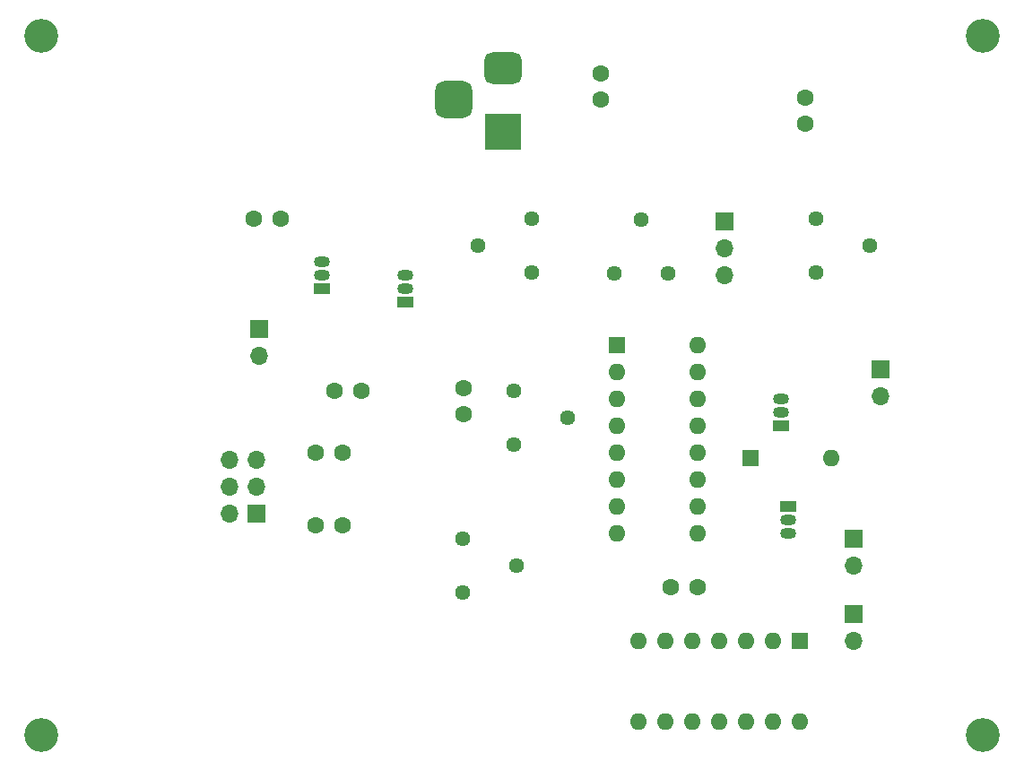
<source format=gbr>
%TF.GenerationSoftware,KiCad,Pcbnew,(6.0.0)*%
%TF.CreationDate,2022-01-24T17:52:30-05:00*%
%TF.ProjectId,function generator,66756e63-7469-46f6-9e20-67656e657261,rev?*%
%TF.SameCoordinates,Original*%
%TF.FileFunction,Soldermask,Bot*%
%TF.FilePolarity,Negative*%
%FSLAX46Y46*%
G04 Gerber Fmt 4.6, Leading zero omitted, Abs format (unit mm)*
G04 Created by KiCad (PCBNEW (6.0.0)) date 2022-01-24 17:52:30*
%MOMM*%
%LPD*%
G01*
G04 APERTURE LIST*
G04 Aperture macros list*
%AMRoundRect*
0 Rectangle with rounded corners*
0 $1 Rounding radius*
0 $2 $3 $4 $5 $6 $7 $8 $9 X,Y pos of 4 corners*
0 Add a 4 corners polygon primitive as box body*
4,1,4,$2,$3,$4,$5,$6,$7,$8,$9,$2,$3,0*
0 Add four circle primitives for the rounded corners*
1,1,$1+$1,$2,$3*
1,1,$1+$1,$4,$5*
1,1,$1+$1,$6,$7*
1,1,$1+$1,$8,$9*
0 Add four rect primitives between the rounded corners*
20,1,$1+$1,$2,$3,$4,$5,0*
20,1,$1+$1,$4,$5,$6,$7,0*
20,1,$1+$1,$6,$7,$8,$9,0*
20,1,$1+$1,$8,$9,$2,$3,0*%
G04 Aperture macros list end*
%ADD10C,1.600000*%
%ADD11R,1.700000X1.700000*%
%ADD12O,1.700000X1.700000*%
%ADD13R,1.500000X1.050000*%
%ADD14O,1.500000X1.050000*%
%ADD15C,1.440000*%
%ADD16C,3.200000*%
%ADD17R,1.600000X1.600000*%
%ADD18O,1.600000X1.600000*%
%ADD19R,3.500000X3.500000*%
%ADD20RoundRect,0.750000X-1.000000X0.750000X-1.000000X-0.750000X1.000000X-0.750000X1.000000X0.750000X0*%
%ADD21RoundRect,0.875000X-0.875000X0.875000X-0.875000X-0.875000X0.875000X-0.875000X0.875000X0.875000X0*%
G04 APERTURE END LIST*
D10*
%TO.C,C2*%
X93492000Y-31516000D03*
X93492000Y-34016000D03*
%TD*%
D11*
%TO.C,S1*%
X60965000Y-73137000D03*
D12*
X58425000Y-73137000D03*
X60965000Y-70597000D03*
X58425000Y-70597000D03*
X60965000Y-68057000D03*
X58425000Y-68057000D03*
%TD*%
D13*
%TO.C,Q3*%
X110490000Y-64770000D03*
D14*
X110490000Y-63500000D03*
X110490000Y-62230000D03*
%TD*%
D11*
%TO.C,J5*%
X61214000Y-55621000D03*
D12*
X61214000Y-58161000D03*
%TD*%
D10*
%TO.C,C7*%
X70846000Y-61468000D03*
X68346000Y-61468000D03*
%TD*%
D15*
%TO.C,VR4*%
X113792000Y-50292000D03*
X118872000Y-47752000D03*
X113792000Y-45212000D03*
%TD*%
D10*
%TO.C,C5*%
X69068000Y-74168000D03*
X66568000Y-74168000D03*
%TD*%
D15*
%TO.C,VR1*%
X86983000Y-45212000D03*
X81903000Y-47752000D03*
X86983000Y-50292000D03*
%TD*%
%TO.C,VR2*%
X85229000Y-66548000D03*
X90309000Y-64008000D03*
X85229000Y-61468000D03*
%TD*%
D13*
%TO.C,Q4*%
X111146000Y-72390000D03*
D14*
X111146000Y-73660000D03*
X111146000Y-74930000D03*
%TD*%
D16*
%TO.C,REF\u002A\u002A*%
X40640000Y-93980000D03*
%TD*%
D17*
%TO.C,IC2*%
X94996000Y-57150000D03*
D18*
X94996000Y-59690000D03*
X94996000Y-62230000D03*
X94996000Y-64770000D03*
X94996000Y-67310000D03*
X94996000Y-69850000D03*
X94996000Y-72390000D03*
X94996000Y-74930000D03*
X102616000Y-74930000D03*
X102616000Y-72390000D03*
X102616000Y-69850000D03*
X102616000Y-67310000D03*
X102616000Y-64770000D03*
X102616000Y-62230000D03*
X102616000Y-59690000D03*
X102616000Y-57150000D03*
%TD*%
D10*
%TO.C,C3*%
X80518000Y-63734000D03*
X80518000Y-61234000D03*
%TD*%
D11*
%TO.C,S2*%
X105156000Y-45481000D03*
D12*
X105156000Y-48021000D03*
X105156000Y-50561000D03*
%TD*%
D10*
%TO.C,C6*%
X69068000Y-67310000D03*
X66568000Y-67310000D03*
%TD*%
D16*
%TO.C,REF\u002A\u002A*%
X129540000Y-27940000D03*
%TD*%
D11*
%TO.C,J3*%
X117348000Y-82545000D03*
D12*
X117348000Y-85085000D03*
%TD*%
D10*
%TO.C,C4*%
X100096000Y-80010000D03*
X102596000Y-80010000D03*
%TD*%
D19*
%TO.C,J1*%
X84269500Y-36988000D03*
D20*
X84269500Y-30988000D03*
D21*
X79569500Y-33988000D03*
%TD*%
D15*
%TO.C,VR3*%
X80403000Y-80518000D03*
X85483000Y-77978000D03*
X80403000Y-75438000D03*
%TD*%
%TO.C,VR5*%
X99822000Y-50407000D03*
X97282000Y-45327000D03*
X94742000Y-50407000D03*
%TD*%
D17*
%TO.C,IC4*%
X112273000Y-85100000D03*
D18*
X109733000Y-85100000D03*
X107193000Y-85100000D03*
X104653000Y-85100000D03*
X102113000Y-85100000D03*
X99573000Y-85100000D03*
X97033000Y-85100000D03*
X97033000Y-92720000D03*
X99573000Y-92720000D03*
X102113000Y-92720000D03*
X104653000Y-92720000D03*
X107193000Y-92720000D03*
X109733000Y-92720000D03*
X112273000Y-92720000D03*
%TD*%
D10*
%TO.C,C8*%
X63226000Y-45212000D03*
X60726000Y-45212000D03*
%TD*%
%TO.C,C10*%
X112776000Y-33802000D03*
X112776000Y-36302000D03*
%TD*%
D16*
%TO.C,REF\u002A\u002A*%
X40640000Y-27940000D03*
%TD*%
D13*
%TO.C,Q1*%
X75036000Y-53086000D03*
D14*
X75036000Y-51816000D03*
X75036000Y-50546000D03*
%TD*%
D17*
%TO.C,D1*%
X107590000Y-67818000D03*
D18*
X115210000Y-67818000D03*
%TD*%
D16*
%TO.C,REF\u002A\u002A*%
X129540000Y-93980000D03*
%TD*%
D11*
%TO.C,J4*%
X119888000Y-59431000D03*
D12*
X119888000Y-61971000D03*
%TD*%
D11*
%TO.C,J2*%
X117348000Y-75433000D03*
D12*
X117348000Y-77973000D03*
%TD*%
D13*
%TO.C,Q2*%
X67162000Y-51816000D03*
D14*
X67162000Y-50546000D03*
X67162000Y-49276000D03*
%TD*%
M02*

</source>
